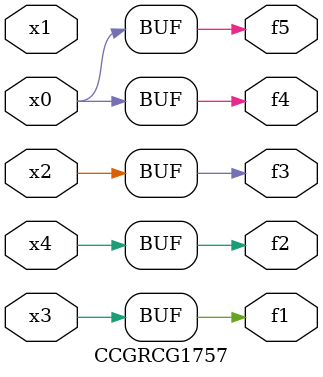
<source format=v>
module CCGRCG1757(
	input x0, x1, x2, x3, x4,
	output f1, f2, f3, f4, f5
);
	assign f1 = x3;
	assign f2 = x4;
	assign f3 = x2;
	assign f4 = x0;
	assign f5 = x0;
endmodule

</source>
